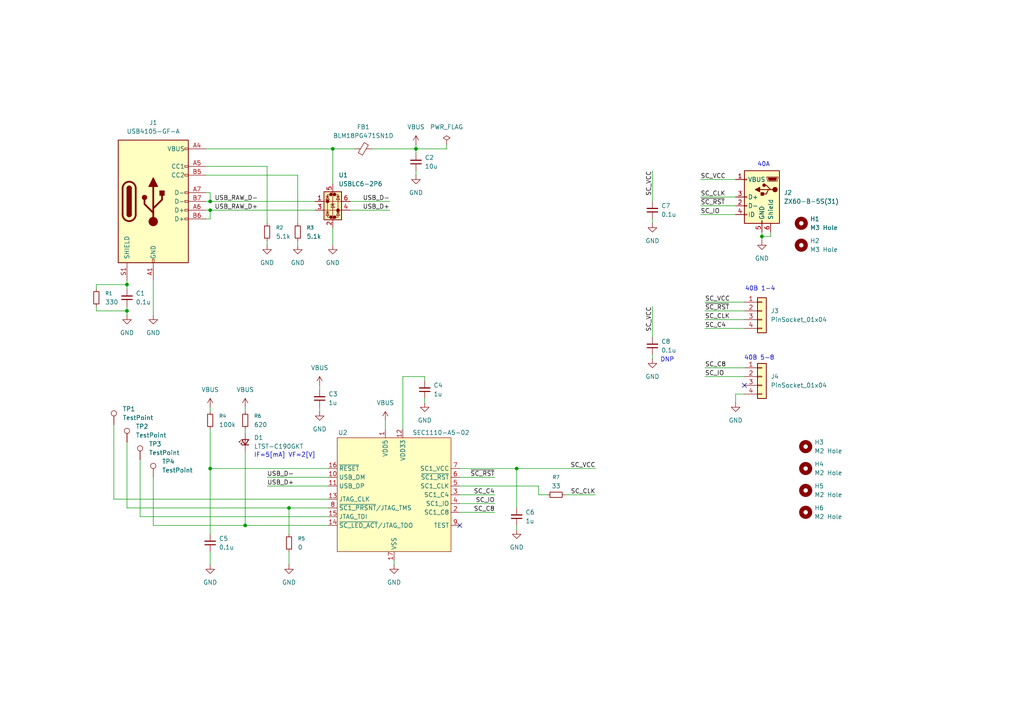
<source format=kicad_sch>
(kicad_sch (version 20250114) (generator "eeschema") (generator_version "9.0")
  (paper "A4")
  (lib_symbols
    (symbol "561SmartCard-USB:SEC1110"
      (property "Reference" "U" (at -16.51 17.78 0))
      (property "Value" "SEC1110" (at 5.334 17.78 0))
      (symbol "SEC1110_1_0"
        (pin input line (at -19.05 7.62 0) (length 2.54) (name "~{RESET}") (number "16"))
        (pin bidirectional line (at -19.05 5.08 0) (length 2.54) (name "USB_DM") (number "10"))
        (pin bidirectional line (at -19.05 2.54 0) (length 2.54) (name "USB_DP") (number "11"))
        (pin input line (at -19.05 -1.27 0) (length 2.54) (name "JTAG_CLK") (number "13"))
        (pin bidirectional line (at -19.05 -3.81 0) (length 2.54) (name "~{SC1_PRSNT}/JTAG_TMS") (number "8"))
        (pin input line (at -19.05 -6.35 0) (length 2.54) (name "JTAG_TDI") (number "15"))
        (pin bidirectional line (at -19.05 -8.89 0) (length 2.54) (name "~{SC_LED_ACT}/JTAG_TDO") (number "14"))
        (pin power_in line (at 0 -19.05 90) (length 2.54) (name "VSS") (number "17"))
        (pin power_out line (at 2.54 19.05 270) (length 2.54) (name "VDD33") (number "12"))
        (pin power_out line (at 19.05 7.62 180) (length 2.54) (name "SC1_VCC") (number "7"))
        (pin output line (at 19.05 5.08 180) (length 2.54) (name "~{SC1_RST}") (number "6"))
        (pin output line (at 19.05 2.54 180) (length 2.54) (name "SC1_CLK") (number "5"))
        (pin bidirectional line (at 19.05 0 180) (length 2.54) (name "SC1_C4") (number "3"))
        (pin bidirectional line (at 19.05 -2.54 180) (length 2.54) (name "SC1_IO") (number "4"))
        (pin input line (at 19.05 -8.89 180) (length 2.54) (name "TEST") (number "9"))
      )
      (symbol "SEC1110_1_1"
        (rectangle (start -16.51 16.51) (end 16.51 -16.51) (fill (type background)))
        (pin power_in line (at -2.54 19.05 270) (length 2.54) (name "VDD5") (number "1"))
        (pin bidirectional line (at 19.05 -5.08 180) (length 2.54) (name "SC1_C8") (number "2"))
      )
    )
    (symbol "Connector:TestPoint" (pin_numbers (hide yes)) (pin_names (offset 0.762) (hide yes))
      (property "Reference" "TP" (at 0 6.858 0))
      (property "Value" "TestPoint" (at 0 5.08 0))
      (symbol "TestPoint_0_1"
        (circle (center 0 3.302) (radius 0.762))
      )
      (symbol "TestPoint_1_1"
        (pin passive line (at 0 0 90) (length 2.54) (name "1") (number "1"))
      )
    )
    (symbol "Connector:USB_B_Micro" (pin_names (offset 1.016))
      (property "Reference" "J" (at -5.08 11.43 0))
      (property "Value" "USB_B_Micro" (at -5.08 8.89 0))
      (symbol "USB_B_Micro_0_1"
        (rectangle (start -5.08 -7.62) (end 5.08 7.62) (stroke (width 0.254)) (fill (type background)))
        (polyline (pts (xy -4.699 5.842) (xy -4.699 5.588) (xy -4.445 4.826) (xy -4.445 4.572) (xy -1.651 4.572) (xy -1.651 4.826) (xy -1.397 5.588) (xy -1.397 5.842) (xy -4.699 5.842)))
        (polyline (pts (xy -4.318 5.588) (xy -1.778 5.588) (xy -2.032 4.826) (xy -4.064 4.826) (xy -4.318 5.588)) (fill (type outline)))
        (circle (center -3.81 2.159) (radius 0.635) (stroke (width 0.254)) (fill (type outline)))
        (polyline (pts (xy -3.175 2.159) (xy -2.54 2.159) (xy -1.27 3.429) (xy -0.635 3.429)) (stroke (width 0.254)))
        (polyline (pts (xy -2.54 2.159) (xy -1.905 2.159) (xy -1.27 0.889) (xy 0 0.889)) (stroke (width 0.254)))
        (polyline (pts (xy -1.905 2.159) (xy 0.635 2.159)) (stroke (width 0.254)))
        (circle (center -0.635 3.429) (radius 0.381) (stroke (width 0.254)) (fill (type outline)))
        (rectangle (start -0.127 -7.62) (end 0.127 -6.858))
        (rectangle (start 0.254 1.27) (end -0.508 0.508) (stroke (width 0.254)) (fill (type outline)))
        (polyline (pts (xy 0.635 2.794) (xy 0.635 1.524) (xy 1.905 2.159) (xy 0.635 2.794)) (stroke (width 0.254)) (fill (type outline)))
        (rectangle (start 5.08 4.953) (end 4.318 5.207))
        (rectangle (start 5.08 -0.127) (end 4.318 0.127))
        (rectangle (start 5.08 -2.667) (end 4.318 -2.413))
        (rectangle (start 5.08 -5.207) (end 4.318 -4.953))
      )
      (symbol "USB_B_Micro_1_1"
        (pin passive line (at -2.54 -10.16 90) (length 2.54) (name "Shield") (number "6"))
        (pin power_out line (at 0 -10.16 90) (length 2.54) (name "GND") (number "5"))
        (pin power_out line (at 7.62 5.08 180) (length 2.54) (name "VBUS") (number "1"))
        (pin bidirectional line (at 7.62 0 180) (length 2.54) (name "D+") (number "3"))
        (pin bidirectional line (at 7.62 -2.54 180) (length 2.54) (name "D-") (number "2"))
        (pin passive line (at 7.62 -5.08 180) (length 2.54) (name "ID") (number "4"))
      )
    )
    (symbol "Connector:USB_C_Receptacle_USB2.0_14P" (pin_names (offset 1.016))
      (property "Reference" "J" (at 0 22.225 0))
      (property "Value" "USB_C_Receptacle_USB2.0_14P" (at 0 19.685 0))
      (symbol "USB_C_Receptacle_USB2.0_14P_0_0"
        (rectangle (start -0.254 -17.78) (end 0.254 -16.764))
        (rectangle (start 10.16 15.494) (end 9.144 14.986))
        (rectangle (start 10.16 10.414) (end 9.144 9.906))
        (rectangle (start 10.16 7.874) (end 9.144 7.366))
        (rectangle (start 10.16 2.794) (end 9.144 2.286))
        (rectangle (start 10.16 0.254) (end 9.144 -0.254))
        (rectangle (start 10.16 -2.286) (end 9.144 -2.794))
        (rectangle (start 10.16 -4.826) (end 9.144 -5.334))
      )
      (symbol "USB_C_Receptacle_USB2.0_14P_0_1"
        (rectangle (start -10.16 17.78) (end 10.16 -17.78) (stroke (width 0.254)) (fill (type background)))
        (polyline (pts (xy -8.89 -3.81) (xy -8.89 3.81)) (stroke (width 0.508)))
        (rectangle (start -7.62 -3.81) (end -6.35 3.81) (stroke (width 0.254)) (fill (type outline)))
        (arc (start -7.62 3.81) (mid -6.985 4.4423) (end -6.35 3.81) (stroke (width 0.254)))
        (arc (start -7.62 3.81) (mid -6.985 4.4423) (end -6.35 3.81) (stroke (width 0.254)) (fill (type outline)))
        (arc (start -8.89 3.81) (mid -6.985 5.7067) (end -5.08 3.81) (stroke (width 0.508)))
        (arc (start -5.08 -3.81) (mid -6.985 -5.7067) (end -8.89 -3.81) (stroke (width 0.508)))
        (arc (start -6.35 -3.81) (mid -6.985 -4.4423) (end -7.62 -3.81) (stroke (width 0.254)))
        (arc (start -6.35 -3.81) (mid -6.985 -4.4423) (end -7.62 -3.81) (stroke (width 0.254)) (fill (type outline)))
        (polyline (pts (xy -5.08 3.81) (xy -5.08 -3.81)) (stroke (width 0.508)))
        (circle (center -2.54 1.143) (radius 0.635) (stroke (width 0.254)) (fill (type outline)))
        (polyline (pts (xy -1.27 4.318) (xy 0 6.858) (xy 1.27 4.318) (xy -1.27 4.318)) (stroke (width 0.254)) (fill (type outline)))
        (polyline (pts (xy 0 -2.032) (xy 2.54 0.508) (xy 2.54 1.778)) (stroke (width 0.508)))
        (polyline (pts (xy 0 -3.302) (xy -2.54 -0.762) (xy -2.54 0.508)) (stroke (width 0.508)))
        (polyline (pts (xy 0 -5.842) (xy 0 4.318)) (stroke (width 0.508)))
        (circle (center 0 -5.842) (radius 1.27) (fill (type outline)))
        (rectangle (start 1.905 1.778) (end 3.175 3.048) (stroke (width 0.254)) (fill (type outline)))
      )
      (symbol "USB_C_Receptacle_USB2.0_14P_1_1"
        (pin passive line (at -7.62 -22.86 90) (length 5.08) (name "SHIELD") (number "S1"))
        (pin passive line (at 0 -22.86 90) (length 5.08) (name "GND") (number "A1"))
        (pin passive line (at 0 -22.86 90) (length 5.08) (hide yes) (name "GND") (number "A12"))
        (pin passive line (at 0 -22.86 90) (length 5.08) (hide yes) (name "GND") (number "B1"))
        (pin passive line (at 0 -22.86 90) (length 5.08) (hide yes) (name "GND") (number "B12"))
        (pin passive line (at 15.24 15.24 180) (length 5.08) (name "VBUS") (number "A4"))
        (pin passive line (at 15.24 15.24 180) (length 5.08) (hide yes) (name "VBUS") (number "A9"))
        (pin passive line (at 15.24 15.24 180) (length 5.08) (hide yes) (name "VBUS") (number "B4"))
        (pin passive line (at 15.24 15.24 180) (length 5.08) (hide yes) (name "VBUS") (number "B9"))
        (pin bidirectional line (at 15.24 10.16 180) (length 5.08) (name "CC1") (number "A5"))
        (pin bidirectional line (at 15.24 7.62 180) (length 5.08) (name "CC2") (number "B5"))
        (pin bidirectional line (at 15.24 2.54 180) (length 5.08) (name "D-") (number "A7"))
        (pin bidirectional line (at 15.24 0 180) (length 5.08) (name "D-") (number "B7"))
        (pin bidirectional line (at 15.24 -2.54 180) (length 5.08) (name "D+") (number "A6"))
        (pin bidirectional line (at 15.24 -5.08 180) (length 5.08) (name "D+") (number "B6"))
      )
    )
    (symbol "Connector_Generic:Conn_01x04" (pin_names (offset 1.016) (hide yes))
      (property "Reference" "J" (at 0 5.08 0))
      (property "Value" "Conn_01x04" (at 0 -7.62 0))
      (symbol "Conn_01x04_1_1"
        (rectangle (start -1.27 3.81) (end 1.27 -6.35) (stroke (width 0.254)) (fill (type background)))
        (rectangle (start -1.27 2.667) (end 0 2.413) (stroke (width 0.1524)))
        (rectangle (start -1.27 0.127) (end 0 -0.127) (stroke (width 0.1524)))
        (rectangle (start -1.27 -2.413) (end 0 -2.667) (stroke (width 0.1524)))
        (rectangle (start -1.27 -4.953) (end 0 -5.207) (stroke (width 0.1524)))
        (pin passive line (at -5.08 2.54 0) (length 3.81) (name "Pin_1") (number "1"))
        (pin passive line (at -5.08 0 0) (length 3.81) (name "Pin_2") (number "2"))
        (pin passive line (at -5.08 -2.54 0) (length 3.81) (name "Pin_3") (number "3"))
        (pin passive line (at -5.08 -5.08 0) (length 3.81) (name "Pin_4") (number "4"))
      )
    )
    (symbol "Device:C_Small" (pin_numbers (hide yes)) (pin_names (offset 0.254) (hide yes))
      (property "Reference" "C" (at 0.254 1.778 0))
      (property "Value" "C_Small" (at 0.254 -2.032 0))
      (symbol "C_Small_0_1"
        (polyline (pts (xy -1.524 0.508) (xy 1.524 0.508)) (stroke (width 0.3048)))
        (polyline (pts (xy -1.524 -0.508) (xy 1.524 -0.508)) (stroke (width 0.3302)))
      )
      (symbol "C_Small_1_1"
        (pin passive line (at 0 2.54 270) (length 2.032) (name "~") (number "1"))
        (pin passive line (at 0 -2.54 90) (length 2.032) (name "~") (number "2"))
      )
    )
    (symbol "Device:FerriteBead_Small" (pin_numbers (hide yes)) (pin_names (offset 0))
      (property "Reference" "FB" (at 1.905 1.27 0))
      (property "Value" "FerriteBead_Small" (at 1.905 -1.27 0))
      (symbol "FerriteBead_Small_0_1"
        (polyline (pts (xy -1.8288 0.2794) (xy -1.1176 1.4986) (xy 1.8288 -0.2032) (xy 1.1176 -1.4224) (xy -1.8288 0.2794)))
        (polyline (pts (xy 0 0.889) (xy 0 1.2954)))
        (polyline (pts (xy 0 -1.27) (xy 0 -0.7874)))
      )
      (symbol "FerriteBead_Small_1_1"
        (pin passive line (at 0 2.54 270) (length 1.27) (name "~") (number "1"))
        (pin passive line (at 0 -2.54 90) (length 1.27) (name "~") (number "2"))
      )
    )
    (symbol "Device:LED_Small" (pin_numbers (hide yes)) (pin_names (offset 0.254) (hide yes))
      (property "Reference" "D" (at -1.27 3.175 0))
      (property "Value" "LED_Small" (at -4.445 -2.54 0))
      (symbol "LED_Small_0_1"
        (polyline (pts (xy -0.762 -1.016) (xy -0.762 1.016)) (stroke (width 0.254)))
        (polyline (pts (xy 0 0.762) (xy -0.508 1.27) (xy -0.254 1.27) (xy -0.508 1.27) (xy -0.508 1.016)))
        (polyline (pts (xy 0.508 1.27) (xy 0 1.778) (xy 0.254 1.778) (xy 0 1.778) (xy 0 1.524)))
        (polyline (pts (xy 0.762 -1.016) (xy -0.762 0) (xy 0.762 1.016) (xy 0.762 -1.016)) (stroke (width 0.254)))
        (polyline (pts (xy 1.016 0) (xy -0.762 0)))
      )
      (symbol "LED_Small_1_1"
        (pin passive line (at -2.54 0 0) (length 1.778) (name "K") (number "1"))
        (pin passive line (at 2.54 0 180) (length 1.778) (name "A") (number "2"))
      )
    )
    (symbol "Device:R_Small" (pin_numbers (hide yes)) (pin_names (offset 0.254) (hide yes))
      (property "Reference" "R" (at 0 0 90))
      (property "Value" "R_Small" (at 1.778 0 90))
      (symbol "R_Small_0_1"
        (rectangle (start -0.762 1.778) (end 0.762 -1.778) (stroke (width 0.2032)))
      )
      (symbol "R_Small_1_1"
        (pin passive line (at 0 2.54 270) (length 0.762) (name "~") (number "1"))
        (pin passive line (at 0 -2.54 90) (length 0.762) (name "~") (number "2"))
      )
    )
    (symbol "Mechanical:MountingHole" (pin_names (offset 1.016)) (in_bom no)
      (property "Reference" "H" (at 0 5.08 0))
      (property "Value" "MountingHole" (at 0 3.175 0))
      (symbol "MountingHole_0_1"
        (circle (center 0 0) (radius 1.27) (stroke (width 1.27)))
      )
    )
    (symbol "Power_Protection:USBLC6-2P6" (pin_names (hide yes))
      (property "Reference" "U" (at 0.635 5.715 0))
      (property "Value" "USBLC6-2P6" (at 0.635 3.81 0))
      (symbol "USBLC6-2P6_0_0"
        (circle (center -1.524 0) (radius 0.0001) (stroke (width 0.508)))
        (circle (center -0.508 2.032) (radius 0.0001) (stroke (width 0.508)))
        (circle (center -0.508 -4.572) (radius 0.0001) (stroke (width 0.508)))
        (circle (center 0.508 2.032) (radius 0.0001) (stroke (width 0.508)))
        (circle (center 0.508 -4.572) (radius 0.0001) (stroke (width 0.508)))
        (circle (center 1.524 -2.54) (radius 0.0001) (stroke (width 0.508)))
      )
      (symbol "USBLC6-2P6_0_1"
        (polyline (pts (xy -2.54 0) (xy 2.54 0)))
        (polyline (pts (xy -2.54 -2.54) (xy 2.54 -2.54)))
        (polyline (pts (xy -2.032 0.508) (xy -1.016 0.508) (xy -1.524 1.524) (xy -2.032 0.508)))
        (polyline (pts (xy -2.032 -3.048) (xy -1.016 -3.048)))
        (polyline (pts (xy -1.016 1.524) (xy -2.032 1.524)))
        (polyline (pts (xy -1.016 -4.064) (xy -2.032 -4.064) (xy -1.524 -3.048) (xy -1.016 -4.064)))
        (polyline (pts (xy -0.508 -1.143) (xy -0.508 -0.762) (xy 0.508 -0.762)))
        (polyline (pts (xy 0 2.54) (xy -0.508 2.032) (xy 0.508 2.032) (xy 0 1.524) (xy 0 -4.064) (xy -0.508 -4.572) (xy 0.508 -4.572) (xy 0 -5.08)))
        (polyline (pts (xy 0.508 -1.778) (xy -0.508 -1.778) (xy 0 -0.762) (xy 0.508 -1.778)))
        (polyline (pts (xy 1.016 1.524) (xy 2.032 1.524)))
        (polyline (pts (xy 1.016 -3.048) (xy 2.032 -3.048)))
        (polyline (pts (xy 2.032 0.508) (xy 1.016 0.508) (xy 1.524 1.524) (xy 2.032 0.508)))
        (polyline (pts (xy 2.032 -4.064) (xy 1.016 -4.064) (xy 1.524 -3.048) (xy 2.032 -4.064)))
      )
      (symbol "USBLC6-2P6_1_1"
        (rectangle (start -2.54 2.794) (end 2.54 -5.334) (stroke (width 0.254)) (fill (type background)))
        (polyline (pts (xy -0.508 2.032) (xy -1.524 2.032) (xy -1.524 -4.572) (xy -0.508 -4.572)))
        (polyline (pts (xy 0.508 -4.572) (xy 1.524 -4.572) (xy 1.524 2.032) (xy 0.508 2.032)))
        (pin passive line (at -5.08 0 0) (length 2.54) (name "I/O1") (number "1"))
        (pin passive line (at -5.08 -2.54 0) (length 2.54) (name "I/O2") (number "3"))
        (pin passive line (at 0 5.08 270) (length 2.54) (name "VBUS") (number "5"))
        (pin passive line (at 0 -7.62 90) (length 2.54) (name "GND") (number "2"))
        (pin passive line (at 5.08 0 180) (length 2.54) (name "I/O1") (number "6"))
        (pin passive line (at 5.08 -2.54 180) (length 2.54) (name "I/O2") (number "4"))
      )
    )
    (symbol "power:GND" (power) (pin_numbers (hide yes)) (pin_names (offset 0) (hide yes))
      (property "Value" "GND" (at 0 -3.81 0))
      (symbol "GND_0_1"
        (polyline (pts (xy 0 0) (xy 0 -1.27) (xy 1.27 -1.27) (xy 0 -2.54) (xy -1.27 -1.27) (xy 0 -1.27)))
      )
      (symbol "GND_1_1"
        (pin power_in line (at 0 0 270) (length 0) (name "~") (number "1"))
      )
    )
    (symbol "power:PWR_FLAG" (power) (pin_numbers (hide yes)) (pin_names (offset 0) (hide yes))
      (property "Value" "PWR_FLAG" (at 0 3.81 0))
      (symbol "PWR_FLAG_0_0"
        (pin power_out line (at 0 0 90) (length 0) (name "~") (number "1"))
      )
      (symbol "PWR_FLAG_0_1"
        (polyline (pts (xy 0 0) (xy 0 1.27) (xy -1.016 1.905) (xy 0 2.54) (xy 1.016 1.905) (xy 0 1.27)))
      )
    )
    (symbol "power:VBUS" (power) (pin_numbers (hide yes)) (pin_names (offset 0) (hide yes))
      (property "Value" "VBUS" (at 0 3.556 0))
      (symbol "VBUS_0_1"
        (polyline (pts (xy -0.762 1.27) (xy 0 2.54)))
        (polyline (pts (xy 0 2.54) (xy 0.762 1.27)))
        (polyline (pts (xy 0 0) (xy 0 2.54)))
      )
      (symbol "VBUS_1_1"
        (pin power_in line (at 0 0 90) (length 0) (name "~") (number "1"))
      )
    )
  )
  (text "DNP" (at 193.548 104.394 0) (effects (font (size 1.27 1.27))))
  (text "40A" (at 221.488 47.752 0) (effects (font (size 1.27 1.27))))
  (text "IF=5[mA] VF=2[V]" (at 73.66 132.08 0) (effects (font (size 1.27 1.27)) (justify left)))
  (text "40B 5-8" (at 220.218 103.886 0) (effects (font (size 1.27 1.27))))
  (text "40B 1-4" (at 220.472 83.82 0) (effects (font (size 1.27 1.27))))
  (junction (at 96.52 43.18))
  (junction (at 36.83 82.55))
  (junction (at 71.12 152.4))
  (junction (at 60.96 58.42))
  (junction (at 36.83 90.17))
  (junction (at 220.98 68.58))
  (junction (at 120.65 43.18))
  (junction (at 60.96 60.96))
  (junction (at 60.96 135.89))
  (junction (at 83.82 147.32))
  (junction (at 149.86 135.89))
  (no_connect (at 215.9 111.76))
  (no_connect (at 133.35 152.4))
  (wire (pts (xy 133.35 138.43) (xy 143.51 138.43)))
  (wire (pts (xy 33.02 144.78) (xy 95.25 144.78)))
  (wire (pts (xy 129.54 43.18) (xy 120.65 43.18)))
  (wire (pts (xy 204.47 92.71) (xy 215.9 92.71)))
  (wire (pts (xy 149.86 135.89) (xy 149.86 147.32)))
  (wire (pts (xy 213.36 114.3) (xy 215.9 114.3)))
  (wire (pts (xy 77.47 138.43) (xy 95.25 138.43)))
  (wire (pts (xy 77.47 48.26) (xy 59.69 48.26)))
  (wire (pts (xy 149.86 152.4) (xy 149.86 153.67)))
  (wire (pts (xy 83.82 147.32) (xy 83.82 154.94)))
  (wire (pts (xy 129.54 41.91) (xy 129.54 43.18)))
  (wire (pts (xy 204.47 106.68) (xy 215.9 106.68)))
  (wire (pts (xy 92.71 111.76) (xy 92.71 113.03)))
  (wire (pts (xy 77.47 69.85) (xy 77.47 71.12)))
  (wire (pts (xy 60.96 55.88) (xy 59.69 55.88)))
  (wire (pts (xy 203.2 62.23) (xy 213.36 62.23)))
  (wire (pts (xy 60.96 135.89) (xy 95.25 135.89)))
  (wire (pts (xy 220.98 68.58) (xy 223.52 68.58)))
  (wire (pts (xy 96.52 66.04) (xy 96.52 71.12)))
  (wire (pts (xy 77.47 140.97) (xy 95.25 140.97)))
  (wire (pts (xy 102.87 43.18) (xy 96.52 43.18)))
  (wire (pts (xy 203.2 59.69) (xy 213.36 59.69)))
  (wire (pts (xy 203.2 52.07) (xy 213.36 52.07)))
  (wire (pts (xy 36.83 147.32) (xy 36.83 128.27)))
  (wire (pts (xy 116.84 109.22) (xy 123.19 109.22)))
  (wire (pts (xy 189.23 88.9) (xy 189.23 97.79)))
  (wire (pts (xy 133.35 146.05) (xy 143.51 146.05)))
  (wire (pts (xy 86.36 69.85) (xy 86.36 71.12)))
  (wire (pts (xy 71.12 152.4) (xy 95.25 152.4)))
  (wire (pts (xy 133.35 143.51) (xy 143.51 143.51)))
  (wire (pts (xy 156.21 143.51) (xy 158.75 143.51)))
  (wire (pts (xy 120.65 41.91) (xy 120.65 43.18)))
  (wire (pts (xy 71.12 152.4) (xy 44.45 152.4)))
  (wire (pts (xy 213.36 114.3) (xy 213.36 116.84)))
  (wire (pts (xy 96.52 43.18) (xy 96.52 53.34)))
  (wire (pts (xy 114.3 162.56) (xy 114.3 163.83)))
  (wire (pts (xy 223.52 68.58) (xy 223.52 67.31)))
  (wire (pts (xy 83.82 160.02) (xy 83.82 163.83)))
  (wire (pts (xy 163.83 143.51) (xy 172.72 143.51)))
  (wire (pts (xy 71.12 130.81) (xy 71.12 152.4)))
  (wire (pts (xy 149.86 135.89) (xy 172.72 135.89)))
  (wire (pts (xy 60.96 58.42) (xy 91.44 58.42)))
  (wire (pts (xy 101.6 60.96) (xy 113.03 60.96)))
  (wire (pts (xy 36.83 82.55) (xy 27.94 82.55)))
  (wire (pts (xy 59.69 50.8) (xy 86.36 50.8)))
  (wire (pts (xy 27.94 90.17) (xy 36.83 90.17)))
  (wire (pts (xy 36.83 90.17) (xy 36.83 91.44)))
  (wire (pts (xy 204.47 95.25) (xy 215.9 95.25)))
  (wire (pts (xy 86.36 64.77) (xy 86.36 50.8)))
  (wire (pts (xy 120.65 49.53) (xy 120.65 50.8)))
  (wire (pts (xy 36.83 82.55) (xy 36.83 83.82)))
  (wire (pts (xy 27.94 82.55) (xy 27.94 83.82)))
  (wire (pts (xy 101.6 58.42) (xy 113.03 58.42)))
  (wire (pts (xy 60.96 124.46) (xy 60.96 135.89)))
  (wire (pts (xy 33.02 144.78) (xy 33.02 123.19)))
  (wire (pts (xy 133.35 140.97) (xy 156.21 140.97)))
  (wire (pts (xy 220.98 67.31) (xy 220.98 68.58)))
  (wire (pts (xy 59.69 63.5) (xy 60.96 63.5)))
  (wire (pts (xy 44.45 81.28) (xy 44.45 91.44)))
  (wire (pts (xy 189.23 49.53) (xy 189.23 58.42)))
  (wire (pts (xy 40.64 149.86) (xy 40.64 133.35)))
  (wire (pts (xy 220.98 68.58) (xy 220.98 69.85)))
  (wire (pts (xy 60.96 58.42) (xy 60.96 55.88)))
  (wire (pts (xy 60.96 118.11) (xy 60.96 119.38)))
  (wire (pts (xy 107.95 43.18) (xy 120.65 43.18)))
  (wire (pts (xy 44.45 152.4) (xy 44.45 138.43)))
  (wire (pts (xy 189.23 102.87) (xy 189.23 104.14)))
  (wire (pts (xy 133.35 135.89) (xy 149.86 135.89)))
  (wire (pts (xy 189.23 63.5) (xy 189.23 64.77)))
  (wire (pts (xy 60.96 160.02) (xy 60.96 163.83)))
  (wire (pts (xy 36.83 81.28) (xy 36.83 82.55)))
  (wire (pts (xy 83.82 147.32) (xy 36.83 147.32)))
  (wire (pts (xy 40.64 149.86) (xy 95.25 149.86)))
  (wire (pts (xy 156.21 140.97) (xy 156.21 143.51)))
  (wire (pts (xy 60.96 60.96) (xy 60.96 63.5)))
  (wire (pts (xy 59.69 60.96) (xy 60.96 60.96)))
  (wire (pts (xy 27.94 88.9) (xy 27.94 90.17)))
  (wire (pts (xy 77.47 64.77) (xy 77.47 48.26)))
  (wire (pts (xy 59.69 43.18) (xy 96.52 43.18)))
  (wire (pts (xy 123.19 115.57) (xy 123.19 116.84)))
  (wire (pts (xy 71.12 118.11) (xy 71.12 119.38)))
  (wire (pts (xy 203.2 57.15) (xy 213.36 57.15)))
  (wire (pts (xy 71.12 124.46) (xy 71.12 125.73)))
  (wire (pts (xy 111.76 121.92) (xy 111.76 124.46)))
  (wire (pts (xy 60.96 135.89) (xy 60.96 154.94)))
  (wire (pts (xy 95.25 147.32) (xy 83.82 147.32)))
  (wire (pts (xy 123.19 109.22) (xy 123.19 110.49)))
  (wire (pts (xy 133.35 148.59) (xy 143.51 148.59)))
  (wire (pts (xy 92.71 118.11) (xy 92.71 119.38)))
  (wire (pts (xy 204.47 109.22) (xy 215.9 109.22)))
  (wire (pts (xy 204.47 90.17) (xy 215.9 90.17)))
  (wire (pts (xy 120.65 43.18) (xy 120.65 44.45)))
  (wire (pts (xy 60.96 60.96) (xy 91.44 60.96)))
  (wire (pts (xy 36.83 90.17) (xy 36.83 88.9)))
  (wire (pts (xy 59.69 58.42) (xy 60.96 58.42)))
  (wire (pts (xy 204.47 87.63) (xy 215.9 87.63)))
  (wire (pts (xy 116.84 124.46) (xy 116.84 109.22)))
  (label "USB_D+" (at 77.47 140.97 0))
  (label "SC_C4" (at 204.47 95.25 0))
  (label "USB_RAW_D+" (at 62.23 60.96 0))
  (label "USB_RAW_D-" (at 62.23 58.42 0))
  (label "SC_CLK" (at 203.2 57.15 0))
  (label "SC_CLK" (at 204.47 92.71 0))
  (label "SC_IO" (at 204.47 109.22 0))
  (label "SC_IO" (at 143.51 146.05 180))
  (label "USB_D+" (at 113.03 60.96 180))
  (label "SC_VCC" (at 204.47 87.63 0))
  (label "SC_C8" (at 204.47 106.68 0))
  (label "SC_VCC" (at 172.72 135.89 180))
  (label "~{SC_RST}" (at 204.47 90.17 0))
  (label "SC_CLK" (at 172.72 143.51 180))
  (label "SC_C4" (at 143.51 143.51 180))
  (label "SC_C8" (at 143.51 148.59 180))
  (label "SC_VCC" (at 189.23 88.9 270))
  (label "SC_VCC" (at 189.23 49.53 270))
  (label "~{SC_RST}" (at 143.51 138.43 180))
  (label "SC_VCC" (at 203.2 52.07 0))
  (label "SC_IO" (at 203.2 62.23 0))
  (label "USB_D-" (at 77.47 138.43 0))
  (label "~{SC_RST}" (at 203.2 59.69 0))
  (label "USB_D-" (at 113.03 58.42 180))
  (symbol (lib_id "power:GND") (at 189.23 104.14 0) (unit 1)
    (property "Reference" "#PWR021" (effects (hide yes)))
    (property "Value" "GND" (at 189.23 109.22 0))
    (property "Description" "Power symbol creates a global label with name \"GND\" , ground" (effects (hide yes)))
  )
  (symbol (lib_id "Device:C_Small") (at 189.23 100.33 180) (unit 1)
    (property "Reference" "C8" (at 191.77 99.0535 0) (effects (justify right)))
    (property "Value" "0.1u" (at 191.77 101.5935 0) (effects (justify right)))
    (property "Footprint" "Capacitor_SMD:C_0402_1005Metric" (effects (hide yes)))
    (property "Description" "Unpolarized capacitor, small symbol" (effects (hide yes)))
  )
  (symbol (lib_id "power:GND") (at 120.65 50.8 0) (unit 1)
    (property "Reference" "#PWR07" (effects (hide yes)))
    (property "Value" "GND" (at 120.65 55.88 0))
    (property "Description" "Power symbol creates a global label with name \"GND\" , ground" (effects (hide yes)))
  )
  (symbol (lib_id "Device:C_Small") (at 92.71 115.57 180) (unit 1)
    (property "Reference" "C3" (at 95.25 114.2935 0) (effects (justify right)))
    (property "Value" "1u" (at 95.25 116.8335 0) (effects (justify right)))
    (property "Footprint" "Capacitor_SMD:C_0402_1005Metric" (effects (hide yes)))
    (property "Description" "Unpolarized capacitor, small symbol" (effects (hide yes)))
  )
  (symbol (lib_id "Device:C_Small") (at 123.19 113.03 180) (unit 1)
    (property "Reference" "C4" (at 125.73 111.7535 0) (effects (justify right)))
    (property "Value" "1u" (at 125.73 114.2935 0) (effects (justify right)))
    (property "Footprint" "Capacitor_SMD:C_0402_1005Metric" (effects (hide yes)))
    (property "Description" "Unpolarized capacitor, small symbol" (effects (hide yes)))
  )
  (symbol (lib_id "Device:R_Small") (at 83.82 157.48 180) (unit 1)
    (property "Reference" "R5" (at 86.36 156.2099 0) (effects (font (size 1.016 1.016)) (justify right)))
    (property "Value" "0" (at 86.36 158.7499 0) (effects (justify right)))
    (property "Footprint" "Resistor_SMD:R_0402_1005Metric" (effects (hide yes)))
    (property "Description" "Resistor, small symbol" (effects (hide yes)))
  )
  (symbol (lib_id "Connector:TestPoint") (at 36.83 128.27 0) (unit 1) (in_bom no)
    (property "Reference" "TP2" (at 39.37 123.6979 0) (effects (justify left)))
    (property "Value" "TestPoint" (at 39.37 126.2379 0) (effects (justify left)))
    (property "Footprint" "TestPoint:TestPoint_Pad_D1.0mm" (effects (hide yes)))
    (property "Description" "test point" (effects (hide yes)))
  )
  (symbol (lib_id "power:GND") (at 96.52 71.12 0) (unit 1)
    (property "Reference" "#PWR06" (effects (hide yes)))
    (property "Value" "GND" (at 96.52 76.2 0))
    (property "Description" "Power symbol creates a global label with name \"GND\" , ground" (effects (hide yes)))
  )
  (symbol (lib_id "power:GND") (at 189.23 64.77 0) (unit 1)
    (property "Reference" "#PWR015" (effects (hide yes)))
    (property "Value" "GND" (at 189.23 69.85 0))
    (property "Description" "Power symbol creates a global label with name \"GND\" , ground" (effects (hide yes)))
  )
  (symbol (lib_id "power:VBUS") (at 92.71 111.76 0) (unit 1)
    (property "Reference" "#PWR011" (effects (hide yes)))
    (property "Value" "VBUS" (at 92.71 106.68 0))
    (property "Description" "Power symbol creates a global label with name \"VBUS\"" (effects (hide yes)))
  )
  (symbol (lib_id "Device:C_Small") (at 36.83 86.36 180) (unit 1)
    (property "Reference" "C1" (at 39.37 85.0835 0) (effects (justify right)))
    (property "Value" "0.1u" (at 39.37 87.6235 0) (effects (justify right)))
    (property "Footprint" "Capacitor_SMD:C_0805_2012Metric" (effects (hide yes)))
    (property "Description" "Unpolarized capacitor, small symbol" (effects (hide yes)))
  )
  (symbol (lib_id "power:GND") (at 86.36 71.12 0) (unit 1)
    (property "Reference" "#PWR019" (effects (hide yes)))
    (property "Value" "GND" (at 86.36 76.2 0))
    (property "Description" "Power symbol creates a global label with name \"GND\" , ground" (effects (hide yes)))
  )
  (symbol (lib_id "Connector:TestPoint") (at 33.02 123.19 0) (unit 1) (in_bom no)
    (property "Reference" "TP1" (at 35.56 118.6179 0) (effects (justify left)))
    (property "Value" "TestPoint" (at 35.56 121.1579 0) (effects (justify left)))
    (property "Footprint" "TestPoint:TestPoint_Pad_D1.0mm" (effects (hide yes)))
    (property "Description" "test point" (effects (hide yes)))
  )
  (symbol (lib_id "Device:R_Small") (at 27.94 86.36 180) (unit 1)
    (property "Reference" "R1" (at 30.48 85.0899 0) (effects (font (size 1.016 1.016)) (justify right)))
    (property "Value" "330" (at 30.48 87.6299 0) (effects (justify right)))
    (property "Footprint" "Resistor_SMD:R_0805_2012Metric" (effects (hide yes)))
    (property "Description" "Resistor, small symbol" (effects (hide yes)))
  )
  (symbol (lib_id "power:GND") (at 92.71 119.38 0) (unit 1)
    (property "Reference" "#PWR012" (effects (hide yes)))
    (property "Value" "GND" (at 92.71 124.46 0))
    (property "Description" "Power symbol creates a global label with name \"GND\" , ground" (effects (hide yes)))
  )
  (symbol (lib_id "Device:R_Small") (at 60.96 121.92 180) (unit 1)
    (property "Reference" "R4" (at 63.5 120.6499 0) (effects (font (size 1.016 1.016)) (justify right)))
    (property "Value" "100k" (at 63.5 123.1899 0) (effects (justify right)))
    (property "Footprint" "Resistor_SMD:R_0402_1005Metric" (effects (hide yes)))
    (property "Description" "Resistor, small symbol" (effects (hide yes)))
  )
  (symbol (lib_id "power:VBUS") (at 120.65 41.91 0) (unit 1)
    (property "Reference" "#PWR04" (effects (hide yes)))
    (property "Value" "VBUS" (at 120.65 36.83 0))
    (property "Description" "Power symbol creates a global label with name \"VBUS\"" (effects (hide yes)))
  )
  (symbol (lib_id "power:GND") (at 213.36 116.84 0) (unit 1)
    (property "Reference" "#PWR01" (effects (hide yes)))
    (property "Value" "GND" (at 213.36 121.92 0))
    (property "Description" "Power symbol creates a global label with name \"GND\" , ground" (effects (hide yes)))
  )
  (symbol (lib_id "561SmartCard-USB:SEC1110") (at 114.3 143.51 0) (unit 1)
    (property "Reference" "U2" (at 98.044 125.476 0) (effects (justify left)))
    (property "Value" "SEC1110-A5-02" (at 119.634 125.476 0) (effects (justify left)))
    (property "Footprint" "561SmartCard-USB:QFN-16-1EP_5x5mm_P0.8mm_EP2.7x2.7mm" (effects (hide yes)))
    (property "Datasheet" "https://ww1.microchip.com/downloads/aemDocuments/documents/OTH/ProductDocuments/DataSheets/00001561E.pdf" (effects (hide yes)))
    (property "Description" "Smart Card Bridge to USB and UART Interfaces" (effects (hide yes)))
  )
  (symbol (lib_id "Mechanical:MountingHole") (at 233.68 129.54 0) (unit 1) (in_bom no)
    (property "Reference" "H3" (at 236.22 128.2699 0) (effects (justify left)))
    (property "Value" "M2 Hole" (at 236.22 130.8099 0) (effects (justify left)))
    (property "Footprint" "MountingHole:MountingHole_2.2mm_M2" (effects (hide yes)))
    (property "Description" "Mounting Hole without connection" (effects (hide yes)))
  )
  (symbol (lib_id "Device:R_Small") (at 86.36 67.31 180) (unit 1)
    (property "Reference" "R3" (at 88.9 66.0399 0) (effects (font (size 1.016 1.016)) (justify right)))
    (property "Value" "5.1k" (at 88.9 68.5799 0) (effects (justify right)))
    (property "Footprint" "Resistor_SMD:R_0402_1005Metric" (effects (hide yes)))
    (property "Description" "Resistor, small symbol" (effects (hide yes)))
  )
  (symbol (lib_id "Connector:TestPoint") (at 44.45 138.43 0) (unit 1) (in_bom no)
    (property "Reference" "TP4" (at 46.99 133.8579 0) (effects (justify left)))
    (property "Value" "TestPoint" (at 46.99 136.3979 0) (effects (justify left)))
    (property "Footprint" "TestPoint:TestPoint_Pad_D1.0mm" (effects (hide yes)))
    (property "Description" "test point" (effects (hide yes)))
  )
  (symbol (lib_id "Device:C_Small") (at 120.65 46.99 180) (unit 1)
    (property "Reference" "C2" (at 123.19 45.7135 0) (effects (justify right)))
    (property "Value" "10u" (at 123.19 48.2535 0) (effects (justify right)))
    (property "Footprint" "Capacitor_SMD:C_0805_2012Metric" (effects (hide yes)))
    (property "Description" "Unpolarized capacitor, small symbol" (effects (hide yes)))
  )
  (symbol (lib_id "power:GND") (at 220.98 69.85 0) (unit 1)
    (property "Reference" "#PWR08" (effects (hide yes)))
    (property "Value" "GND" (at 220.98 74.93 0))
    (property "Description" "Power symbol creates a global label with name \"GND\" , ground" (effects (hide yes)))
  )
  (symbol (lib_id "power:GND") (at 44.45 91.44 0) (unit 1)
    (property "Reference" "#PWR03" (effects (hide yes)))
    (property "Value" "GND" (at 44.45 96.52 0))
    (property "Description" "Power symbol creates a global label with name \"GND\" , ground" (effects (hide yes)))
  )
  (symbol (lib_id "Device:C_Small") (at 189.23 60.96 180) (unit 1)
    (property "Reference" "C7" (at 191.77 59.6835 0) (effects (justify right)))
    (property "Value" "0.1u" (at 191.77 62.2235 0) (effects (justify right)))
    (property "Footprint" "Capacitor_SMD:C_0402_1005Metric" (effects (hide yes)))
    (property "Description" "Unpolarized capacitor, small symbol" (effects (hide yes)))
  )
  (symbol (lib_id "Connector:TestPoint") (at 40.64 133.35 0) (unit 1) (in_bom no)
    (property "Reference" "TP3" (at 43.18 128.7779 0) (effects (justify left)))
    (property "Value" "TestPoint" (at 43.18 131.3179 0) (effects (justify left)))
    (property "Footprint" "TestPoint:TestPoint_Pad_D1.0mm" (effects (hide yes)))
    (property "Description" "test point" (effects (hide yes)))
  )
  (symbol (lib_id "power:GND") (at 36.83 91.44 0) (unit 1)
    (property "Reference" "#PWR02" (effects (hide yes)))
    (property "Value" "GND" (at 36.83 96.52 0))
    (property "Description" "Power symbol creates a global label with name \"GND\" , ground" (effects (hide yes)))
  )
  (symbol (lib_id "power:GND") (at 60.96 163.83 0) (unit 1)
    (property "Reference" "#PWR018" (effects (hide yes)))
    (property "Value" "GND" (at 60.96 168.91 0))
    (property "Description" "Power symbol creates a global label with name \"GND\" , ground" (effects (hide yes)))
  )
  (symbol (lib_id "power:VBUS") (at 111.76 121.92 0) (unit 1)
    (property "Reference" "#PWR05" (effects (hide yes)))
    (property "Value" "VBUS" (at 111.76 116.84 0))
    (property "Description" "Power symbol creates a global label with name \"VBUS\"" (effects (hide yes)))
  )
  (symbol (lib_id "Mechanical:MountingHole") (at 232.41 71.12 0) (unit 1) (in_bom no)
    (property "Reference" "H2" (at 234.95 69.8499 0) (effects (justify left)))
    (property "Value" "M3 Hole" (at 234.95 72.3899 0) (effects (justify left)))
    (property "Footprint" "MountingHole:MountingHole_3.2mm_M3" (effects (hide yes)))
    (property "Description" "Mounting Hole without connection" (effects (hide yes)))
  )
  (symbol (lib_id "Mechanical:MountingHole") (at 233.68 142.24 0) (unit 1) (in_bom no)
    (property "Reference" "H5" (at 236.22 140.9699 0) (effects (justify left)))
    (property "Value" "M2 Hole" (at 236.22 143.5099 0) (effects (justify left)))
    (property "Footprint" "MountingHole:MountingHole_2.2mm_M2" (effects (hide yes)))
    (property "Description" "Mounting Hole without connection" (effects (hide yes)))
  )
  (symbol (lib_id "Power_Protection:USBLC6-2P6") (at 96.52 58.42 0) (unit 1)
    (property "Reference" "U1" (at 98.1711 50.8 0) (effects (justify left)))
    (property "Value" "USBLC6-2P6" (at 98.1711 53.34 0) (effects (justify left)))
    (property "Footprint" "Package_TO_SOT_SMD:SOT-666" (effects (hide yes)))
    (property "Datasheet" "https://www.st.com/resource/en/datasheet/usblc6-2.pdf" (effects (hide yes)))
    (property "Description" "Very low capacitance ESD protection diode, 2 data-line, SOT-666" (effects (hide yes)))
  )
  (symbol (lib_id "Device:C_Small") (at 149.86 149.86 180) (unit 1)
    (property "Reference" "C6" (at 152.4 148.5835 0) (effects (justify right)))
    (property "Value" "1u" (at 152.4 151.1235 0) (effects (justify right)))
    (property "Footprint" "Capacitor_SMD:C_0402_1005Metric" (effects (hide yes)))
    (property "Description" "Unpolarized capacitor, small symbol" (effects (hide yes)))
  )
  (symbol (lib_id "power:GND") (at 77.47 71.12 0) (unit 1)
    (property "Reference" "#PWR020" (effects (hide yes)))
    (property "Value" "GND" (at 77.47 76.2 0))
    (property "Description" "Power symbol creates a global label with name \"GND\" , ground" (effects (hide yes)))
  )
  (symbol (lib_id "power:GND") (at 83.82 163.83 0) (unit 1)
    (property "Reference" "#PWR013" (effects (hide yes)))
    (property "Value" "GND" (at 83.82 168.91 0))
    (property "Description" "Power symbol creates a global label with name \"GND\" , ground" (effects (hide yes)))
  )
  (symbol (lib_id "Connector_Generic:Conn_01x04") (at 220.98 90.17 0) (unit 1)
    (property "Reference" "J3" (at 223.52 90.1699 0) (effects (justify left)))
    (property "Value" "PinSocket_01x04" (at 223.52 92.7099 0) (effects (justify left)))
    (property "Footprint" "Connector_PinSocket_2.54mm:PinSocket_1x04_P2.54mm_Vertical" (effects (hide yes)))
    (property "Description" "Generic connector, single row, 01x04, script generated (kicad-library-utils/schlib/autogen/connector/)" (effects (hide yes)))
  )
  (symbol (lib_id "power:GND") (at 123.19 116.84 0) (unit 1)
    (property "Reference" "#PWR010" (effects (hide yes)))
    (property "Value" "GND" (at 123.19 121.92 0))
    (property "Description" "Power symbol creates a global label with name \"GND\" , ground" (effects (hide yes)))
  )
  (symbol (lib_id "power:VBUS") (at 71.12 118.11 0) (unit 1)
    (property "Reference" "#PWR014" (effects (hide yes)))
    (property "Value" "VBUS" (at 71.12 113.03 0))
    (property "Description" "Power symbol creates a global label with name \"VBUS\"" (effects (hide yes)))
  )
  (symbol (lib_id "power:GND") (at 114.3 163.83 0) (unit 1)
    (property "Reference" "#PWR09" (effects (hide yes)))
    (property "Value" "GND" (at 114.3 168.91 0))
    (property "Description" "Power symbol creates a global label with name \"GND\" , ground" (effects (hide yes)))
  )
  (symbol (lib_id "Device:R_Small") (at 77.47 67.31 180) (unit 1)
    (property "Reference" "R2" (at 80.01 66.0399 0) (effects (font (size 1.016 1.016)) (justify right)))
    (property "Value" "5.1k" (at 80.01 68.5799 0) (effects (justify right)))
    (property "Footprint" "Resistor_SMD:R_0402_1005Metric" (effects (hide yes)))
    (property "Description" "Resistor, small symbol" (effects (hide yes)))
  )
  (symbol (lib_id "Mechanical:MountingHole") (at 233.68 148.59 0) (unit 1) (in_bom no)
    (property "Reference" "H6" (at 236.22 147.3199 0) (effects (justify left)))
    (property "Value" "M2 Hole" (at 236.22 149.8599 0) (effects (justify left)))
    (property "Footprint" "MountingHole:MountingHole_2.2mm_M2" (effects (hide yes)))
    (property "Description" "Mounting Hole without connection" (effects (hide yes)))
  )
  (symbol (lib_id "Device:FerriteBead_Small") (at 105.41 43.18 90) (unit 1)
    (property "Reference" "FB1" (at 105.3719 36.83 90))
    (property "Value" "BLM18PG471SN1D" (at 105.3719 39.37 90))
    (property "Footprint" "Inductor_SMD:L_0603_1608Metric" (effects (hide yes)))
    (property "Description" "Ferrite bead, small symbol" (effects (hide yes)))
  )
  (symbol (lib_id "Device:R_Small") (at 161.29 143.51 270) (unit 1)
    (property "Reference" "R7" (at 161.29 138.43 90) (effects (font (size 1.016 1.016))))
    (property "Value" "33" (at 161.29 140.97 90))
    (property "Footprint" "Resistor_SMD:R_0402_1005Metric" (effects (hide yes)))
    (property "Description" "Resistor, small symbol" (effects (hide yes)))
  )
  (symbol (lib_id "Device:LED_Small") (at 71.12 128.27 90) (unit 1)
    (property "Reference" "D1" (at 73.66 126.9364 90) (effects (justify right)))
    (property "Value" "LTST-C190GKT" (at 73.66 129.4764 90) (effects (justify right)))
    (property "Footprint" "LED_SMD:LED_0603_1608Metric" (effects (hide yes)))
    (property "Description" "Light emitting diode, small symbol" (effects (hide yes)))
    (property "Sim.Pin" "1=K 2=A" (effects (hide yes)))
  )
  (symbol (lib_id "Mechanical:MountingHole") (at 232.41 64.77 0) (unit 1) (in_bom no)
    (property "Reference" "H1" (at 234.95 63.4999 0) (effects (justify left)))
    (property "Value" "M3 Hole" (at 234.95 66.0399 0) (effects (justify left)))
    (property "Footprint" "MountingHole:MountingHole_3.2mm_M3" (effects (hide yes)))
    (property "Description" "Mounting Hole without connection" (effects (hide yes)))
  )
  (symbol (lib_id "Connector:USB_C_Receptacle_USB2.0_14P") (at 44.45 58.42 0) (unit 1)
    (property "Reference" "J1" (at 44.45 35.56 0))
    (property "Value" "USB4105-GF-A" (at 44.45 38.1 0))
    (property "Footprint" "Connector_USB:USB_C_Receptacle_GCT_USB4105-xx-A_16P_TopMnt_Horizontal" (effects (hide yes)))
    (property "Datasheet" "https://www.usb.org/sites/default/files/documents/usb_type-c.zip" (effects (hide yes)))
    (property "Description" "USB 2.0-only 14P Type-C Receptacle connector" (effects (hide yes)))
  )
  (symbol (lib_id "Device:C_Small") (at 60.96 157.48 180) (unit 1)
    (property "Reference" "C5" (at 63.5 156.2035 0) (effects (justify right)))
    (property "Value" "0.1u" (at 63.5 158.7435 0) (effects (justify right)))
    (property "Footprint" "Capacitor_SMD:C_0402_1005Metric" (effects (hide yes)))
    (property "Description" "Unpolarized capacitor, small symbol" (effects (hide yes)))
  )
  (symbol (lib_id "Device:R_Small") (at 71.12 121.92 180) (unit 1)
    (property "Reference" "R6" (at 73.66 120.6499 0) (effects (font (size 1.016 1.016)) (justify right)))
    (property "Value" "620" (at 73.66 123.1899 0) (effects (justify right)))
    (property "Footprint" "Resistor_SMD:R_0402_1005Metric" (effects (hide yes)))
    (property "Description" "Resistor, small symbol" (effects (hide yes)))
  )
  (symbol (lib_id "Connector_Generic:Conn_01x04") (at 220.98 109.22 0) (unit 1)
    (property "Reference" "J4" (at 223.52 109.2199 0) (effects (justify left)))
    (property "Value" "PinSocket_01x04" (at 223.52 111.7599 0) (effects (justify left)))
    (property "Footprint" "Connector_PinSocket_2.54mm:PinSocket_1x04_P2.54mm_Vertical" (effects (hide yes)))
    (property "Description" "Generic connector, single row, 01x04, script generated (kicad-library-utils/schlib/autogen/connector/)" (effects (hide yes)))
  )
  (symbol (lib_id "Connector:USB_B_Micro") (at 220.98 57.15 0) (mirror y) (unit 1)
    (property "Reference" "J2" (at 227.33 55.8799 0) (effects (justify right)))
    (property "Value" "ZX60-B-5S(31)" (at 227.33 58.4199 0) (effects (justify right)))
    (property "Footprint" "561SmartCard-USB:USB_Micro-B_Plug_Hirose_ZX60-B-5S(31)" (effects (hide yes)))
    (property "Description" "USB Micro Type B connector" (effects (hide yes)))
  )
  (symbol (lib_id "power:PWR_FLAG") (at 129.54 41.91 0) (unit 1)
    (property "Reference" "#FLG01" (effects (hide yes)))
    (property "Value" "PWR_FLAG" (at 129.54 36.83 0))
    (property "Description" "Special symbol for telling ERC where power comes from" (effects (hide yes)))
  )
  (symbol (lib_id "Mechanical:MountingHole") (at 233.68 135.89 0) (unit 1) (in_bom no)
    (property "Reference" "H4" (at 236.22 134.6199 0) (effects (justify left)))
    (property "Value" "M2 Hole" (at 236.22 137.1599 0) (effects (justify left)))
    (property "Footprint" "MountingHole:MountingHole_2.2mm_M2" (effects (hide yes)))
    (property "Description" "Mounting Hole without connection" (effects (hide yes)))
  )
  (symbol (lib_id "power:VBUS") (at 60.96 118.11 0) (unit 1)
    (property "Reference" "#PWR017" (effects (hide yes)))
    (property "Value" "VBUS" (at 60.96 113.03 0))
    (property "Description" "Power symbol creates a global label with name \"VBUS\"" (effects (hide yes)))
  )
  (symbol (lib_id "power:GND") (at 149.86 153.67 0) (unit 1)
    (property "Reference" "#PWR016" (effects (hide yes)))
    (property "Value" "GND" (at 149.86 158.75 0))
    (property "Description" "Power symbol creates a global label with name \"GND\" , ground" (effects (hide yes)))
  )
)
</source>
